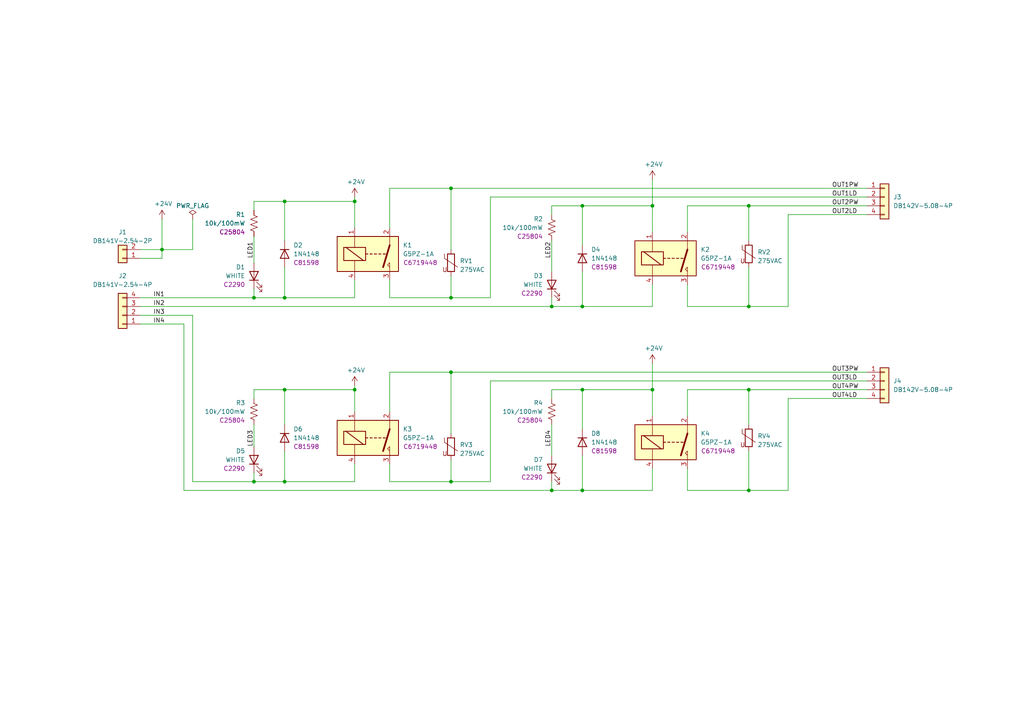
<source format=kicad_sch>
(kicad_sch (version 20250114) (generator "eeschema") (generator_version "9.0")
  (paper "A4")
  (title_block (title "4x 24V Relay Module") (date "2023-05-21") (rev "V1"))
  (lib_symbols
    (symbol "Connector_Generic:Conn_01x02" (pin_names (offset 1.016) (hide yes))
      (property "Reference" "J" (at 0 2.54 0))
      (property "Value" "Conn_01x02" (at 0 -5.08 0))
      (symbol "Conn_01x02_1_1"
        (rectangle (start -1.27 1.27) (end 1.27 -3.81) (stroke (width 0.254)) (fill (type background)))
        (rectangle (start -1.27 0.127) (end 0 -0.127) (stroke (width 0.1524)))
        (rectangle (start -1.27 -2.413) (end 0 -2.667) (stroke (width 0.1524)))
        (pin passive line (at -5.08 0 0) (length 3.81) (name "Pin_1") (number "1"))
        (pin passive line (at -5.08 -2.54 0) (length 3.81) (name "Pin_2") (number "2"))
      )
    )
    (symbol "Connector_Generic:Conn_01x04" (pin_names (offset 1.016) (hide yes))
      (property "Reference" "J" (at 0 5.08 0))
      (property "Value" "Conn_01x04" (at 0 -7.62 0))
      (symbol "Conn_01x04_1_1"
        (rectangle (start -1.27 3.81) (end 1.27 -6.35) (stroke (width 0.254)) (fill (type background)))
        (rectangle (start -1.27 2.667) (end 0 2.413) (stroke (width 0.1524)))
        (rectangle (start -1.27 0.127) (end 0 -0.127) (stroke (width 0.1524)))
        (rectangle (start -1.27 -2.413) (end 0 -2.667) (stroke (width 0.1524)))
        (rectangle (start -1.27 -4.953) (end 0 -5.207) (stroke (width 0.1524)))
        (pin passive line (at -5.08 2.54 0) (length 3.81) (name "Pin_1") (number "1"))
        (pin passive line (at -5.08 0 0) (length 3.81) (name "Pin_2") (number "2"))
        (pin passive line (at -5.08 -2.54 0) (length 3.81) (name "Pin_3") (number "3"))
        (pin passive line (at -5.08 -5.08 0) (length 3.81) (name "Pin_4") (number "4"))
      )
    )
    (symbol "Device:D" (pin_numbers (hide yes)) (pin_names (offset 1.016) (hide yes))
      (property "Reference" "D" (at 0 2.54 0))
      (property "Value" "D" (at 0 -2.54 0))
      (symbol "D_0_1"
        (polyline (pts (xy -1.27 1.27) (xy -1.27 -1.27)) (stroke (width 0.254)))
        (polyline (pts (xy 1.27 1.27) (xy 1.27 -1.27) (xy -1.27 0) (xy 1.27 1.27)) (stroke (width 0.254)))
        (polyline (pts (xy 1.27 0) (xy -1.27 0)))
      )
      (symbol "D_1_1"
        (pin passive line (at -3.81 0 0) (length 2.54) (name "K") (number "1"))
        (pin passive line (at 3.81 0 180) (length 2.54) (name "A") (number "2"))
      )
    )
    (symbol "Device:LED" (pin_numbers (hide yes)) (pin_names (offset 1.016) (hide yes))
      (property "Reference" "D" (at 0 2.54 0))
      (property "Value" "LED" (at 0 -2.54 0))
      (symbol "LED_0_1"
        (polyline (pts (xy -3.048 -0.762) (xy -4.572 -2.286) (xy -3.81 -2.286) (xy -4.572 -2.286) (xy -4.572 -1.524)))
        (polyline (pts (xy -1.778 -0.762) (xy -3.302 -2.286) (xy -2.54 -2.286) (xy -3.302 -2.286) (xy -3.302 -1.524)))
        (polyline (pts (xy -1.27 0) (xy 1.27 0)))
        (polyline (pts (xy -1.27 -1.27) (xy -1.27 1.27)) (stroke (width 0.254)))
        (polyline (pts (xy 1.27 -1.27) (xy 1.27 1.27) (xy -1.27 0) (xy 1.27 -1.27)) (stroke (width 0.254)))
      )
      (symbol "LED_1_1"
        (pin passive line (at -3.81 0 0) (length 2.54) (name "K") (number "1"))
        (pin passive line (at 3.81 0 180) (length 2.54) (name "A") (number "2"))
      )
    )
    (symbol "Device:R_US" (pin_numbers (hide yes)) (pin_names (offset 0))
      (property "Reference" "R" (at 2.54 0 90))
      (property "Value" "R_US" (at -2.54 0 90))
      (symbol "R_US_0_1"
        (polyline (pts (xy 0 2.286) (xy 0 2.54)))
        (polyline (pts (xy 0 2.286) (xy 1.016 1.905) (xy 0 1.524) (xy -1.016 1.143) (xy 0 0.762)))
        (polyline (pts (xy 0 0.762) (xy 1.016 0.381) (xy 0 0) (xy -1.016 -0.381) (xy 0 -0.762)))
        (polyline (pts (xy 0 -0.762) (xy 1.016 -1.143) (xy 0 -1.524) (xy -1.016 -1.905) (xy 0 -2.286)))
        (polyline (pts (xy 0 -2.286) (xy 0 -2.54)))
      )
      (symbol "R_US_1_1"
        (pin passive line (at 0 3.81 270) (length 1.27) (name "~") (number "1"))
        (pin passive line (at 0 -3.81 90) (length 1.27) (name "~") (number "2"))
      )
    )
    (symbol "Device:Varistor" (pin_numbers (hide yes)) (pin_names (offset 0))
      (property "Reference" "RV" (at 3.175 0 90))
      (property "Value" "Varistor" (at -3.175 0 90))
      (symbol "Varistor_0_0"
        (text "U" (at -1.778 -2.032 0) (effects (font (size 1.27 1.27))))
      )
      (symbol "Varistor_0_1"
        (polyline (pts (xy -1.905 2.54) (xy -1.905 1.27) (xy 1.905 -1.27)))
        (rectangle (start -1.016 -2.54) (end 1.016 2.54) (stroke (width 0.254)))
      )
      (symbol "Varistor_1_1"
        (pin passive line (at 0 3.81 270) (length 1.27) (name "~") (number "1"))
        (pin passive line (at 0 -3.81 90) (length 1.27) (name "~") (number "2"))
      )
    )
    (symbol "Tales:G5PZ-1A"
      (property "Reference" "K" (at 8.89 3.81 0))
      (property "Value" "G5PZ-1A" (at 8.89 1.27 0))
      (symbol "G5PZ-1A_0_0"
        (polyline (pts (xy 5.08 5.08) (xy 5.08 2.54) (xy 4.445 3.175) (xy 5.08 3.81)))
      )
      (symbol "G5PZ-1A_0_1"
        (rectangle (start -10.16 5.08) (end 7.62 -5.08) (stroke (width 0.254)) (fill (type background)))
        (rectangle (start -8.255 1.905) (end -1.905 -1.905) (stroke (width 0.254)))
        (polyline (pts (xy -7.62 -1.905) (xy -2.54 1.905)) (stroke (width 0.254)))
        (polyline (pts (xy -5.08 5.08) (xy -5.08 1.905)))
        (polyline (pts (xy -5.08 -5.08) (xy -5.08 -1.905)))
        (polyline (pts (xy -1.905 0) (xy -1.27 0)) (stroke (width 0.254)))
        (polyline (pts (xy -0.635 0) (xy 0 0)) (stroke (width 0.254)))
        (polyline (pts (xy 0.635 0) (xy 1.27 0)) (stroke (width 0.254)))
        (polyline (pts (xy 1.905 0) (xy 2.54 0)) (stroke (width 0.254)))
        (polyline (pts (xy 3.175 0) (xy 3.81 0)) (stroke (width 0.254)))
        (polyline (pts (xy 5.08 -2.54) (xy 3.175 3.81)) (stroke (width 0.508)))
        (polyline (pts (xy 5.08 -2.54) (xy 5.08 -5.08)))
      )
      (symbol "G5PZ-1A_1_1"
        (pin passive line (at -5.08 7.62 270) (length 2.54) (name "~") (number "4"))
        (pin passive line (at -5.08 -7.62 90) (length 2.54) (name "~") (number "1"))
        (pin passive line (at 5.08 7.62 270) (length 2.54) (name "~") (number "3"))
        (pin passive line (at 5.08 -7.62 90) (length 2.54) (name "~") (number "2"))
      )
    )
    (symbol "power:+24V" (power) (pin_numbers (hide yes)) (pin_names (offset 0) (hide yes))
      (property "Value" "+24V" (at 0 3.556 0))
      (symbol "+24V_0_1"
        (polyline (pts (xy -0.762 1.27) (xy 0 2.54)))
        (polyline (pts (xy 0 2.54) (xy 0.762 1.27)))
        (polyline (pts (xy 0 0) (xy 0 2.54)))
      )
      (symbol "+24V_1_1"
        (pin power_in line (at 0 0 90) (length 0) (name "~") (number "1"))
      )
    )
    (symbol "power:PWR_FLAG" (power) (pin_numbers (hide yes)) (pin_names (offset 0) (hide yes))
      (property "Value" "PWR_FLAG" (at 0 3.81 0))
      (symbol "PWR_FLAG_0_0"
        (pin power_out line (at 0 0 90) (length 0) (name "~") (number "1"))
      )
      (symbol "PWR_FLAG_0_1"
        (polyline (pts (xy 0 0) (xy 0 1.27) (xy -1.016 1.905) (xy 0 2.54) (xy 1.016 1.905) (xy 0 1.27)))
      )
    )
  )
  (junction (at 168.91 59.69))
  (junction (at 217.17 113.03))
  (junction (at 73.66 139.7))
  (junction (at 168.91 88.9))
  (junction (at 217.17 88.9))
  (junction (at 130.81 107.95))
  (junction (at 102.87 58.42))
  (junction (at 168.91 113.03))
  (junction (at 189.23 59.69))
  (junction (at 82.55 139.7))
  (junction (at 102.87 113.03))
  (junction (at 82.55 113.03))
  (junction (at 130.81 86.36))
  (junction (at 217.17 59.69))
  (junction (at 130.81 54.61))
  (junction (at 217.17 142.24))
  (junction (at 46.99 72.39))
  (junction (at 160.02 88.9))
  (junction (at 160.02 142.24))
  (junction (at 168.91 142.24))
  (junction (at 189.23 113.03))
  (junction (at 130.81 139.7))
  (junction (at 82.55 86.36))
  (junction (at 82.55 58.42))
  (junction (at 73.66 86.36))
  (wire (pts (xy 73.66 86.36) (xy 82.55 86.36)))
  (wire (pts (xy 130.81 139.7) (xy 113.03 139.7)))
  (wire (pts (xy 55.88 139.7) (xy 73.66 139.7)))
  (wire (pts (xy 102.87 111.76) (xy 102.87 113.03)))
  (wire (pts (xy 160.02 69.85) (xy 160.02 78.74)))
  (wire (pts (xy 102.87 134.62) (xy 102.87 139.7)))
  (wire (pts (xy 73.66 137.16) (xy 73.66 139.7)))
  (wire (pts (xy 142.24 57.15) (xy 142.24 86.36)))
  (wire (pts (xy 130.81 107.95) (xy 251.46 107.95)))
  (wire (pts (xy 168.91 132.08) (xy 168.91 142.24)))
  (wire (pts (xy 168.91 88.9) (xy 189.23 88.9)))
  (wire (pts (xy 199.39 113.03) (xy 199.39 120.65)))
  (wire (pts (xy 82.55 58.42) (xy 82.55 69.85)))
  (wire (pts (xy 189.23 82.55) (xy 189.23 88.9)))
  (wire (pts (xy 40.64 88.9) (xy 160.02 88.9)))
  (wire (pts (xy 40.64 86.36) (xy 73.66 86.36)))
  (wire (pts (xy 160.02 113.03) (xy 160.02 115.57)))
  (wire (pts (xy 199.39 59.69) (xy 199.39 67.31)))
  (wire (pts (xy 130.81 86.36) (xy 113.03 86.36)))
  (wire (pts (xy 142.24 139.7) (xy 130.81 139.7)))
  (wire (pts (xy 130.81 54.61) (xy 251.46 54.61)))
  (wire (pts (xy 189.23 52.07) (xy 189.23 59.69)))
  (wire (pts (xy 82.55 58.42) (xy 102.87 58.42)))
  (wire (pts (xy 55.88 139.7) (xy 55.88 91.44)))
  (wire (pts (xy 73.66 113.03) (xy 73.66 115.57)))
  (wire (pts (xy 73.66 113.03) (xy 82.55 113.03)))
  (wire (pts (xy 189.23 113.03) (xy 189.23 120.65)))
  (wire (pts (xy 40.64 72.39) (xy 46.99 72.39)))
  (wire (pts (xy 130.81 54.61) (xy 130.81 72.39)))
  (wire (pts (xy 160.02 142.24) (xy 168.91 142.24)))
  (wire (pts (xy 199.39 59.69) (xy 217.17 59.69)))
  (wire (pts (xy 217.17 88.9) (xy 199.39 88.9)))
  (wire (pts (xy 46.99 63.5) (xy 46.99 72.39)))
  (wire (pts (xy 217.17 77.47) (xy 217.17 88.9)))
  (wire (pts (xy 102.87 81.28) (xy 102.87 86.36)))
  (wire (pts (xy 168.91 59.69) (xy 189.23 59.69)))
  (wire (pts (xy 73.66 58.42) (xy 82.55 58.42)))
  (wire (pts (xy 160.02 59.69) (xy 160.02 62.23)))
  (wire (pts (xy 160.02 59.69) (xy 168.91 59.69)))
  (wire (pts (xy 73.66 58.42) (xy 73.66 60.96)))
  (wire (pts (xy 142.24 110.49) (xy 251.46 110.49)))
  (wire (pts (xy 168.91 124.46) (xy 168.91 113.03)))
  (wire (pts (xy 53.34 142.24) (xy 160.02 142.24)))
  (wire (pts (xy 168.91 113.03) (xy 189.23 113.03)))
  (wire (pts (xy 40.64 74.93) (xy 46.99 74.93)))
  (wire (pts (xy 113.03 107.95) (xy 130.81 107.95)))
  (wire (pts (xy 55.88 91.44) (xy 40.64 91.44)))
  (wire (pts (xy 199.39 113.03) (xy 217.17 113.03)))
  (wire (pts (xy 73.66 68.58) (xy 73.66 76.2)))
  (wire (pts (xy 189.23 135.89) (xy 189.23 142.24)))
  (wire (pts (xy 55.88 63.5) (xy 55.88 72.39)))
  (wire (pts (xy 217.17 113.03) (xy 217.17 123.19)))
  (wire (pts (xy 217.17 59.69) (xy 251.46 59.69)))
  (wire (pts (xy 130.81 107.95) (xy 130.81 125.73)))
  (wire (pts (xy 113.03 107.95) (xy 113.03 119.38)))
  (wire (pts (xy 102.87 57.15) (xy 102.87 58.42)))
  (wire (pts (xy 160.02 113.03) (xy 168.91 113.03)))
  (wire (pts (xy 113.03 81.28) (xy 113.03 86.36)))
  (wire (pts (xy 130.81 133.35) (xy 130.81 139.7)))
  (wire (pts (xy 189.23 105.41) (xy 189.23 113.03)))
  (wire (pts (xy 228.6 88.9) (xy 217.17 88.9)))
  (wire (pts (xy 130.81 80.01) (xy 130.81 86.36)))
  (wire (pts (xy 199.39 135.89) (xy 199.39 142.24)))
  (wire (pts (xy 228.6 62.23) (xy 228.6 88.9)))
  (wire (pts (xy 82.55 113.03) (xy 102.87 113.03)))
  (wire (pts (xy 82.55 130.81) (xy 82.55 139.7)))
  (wire (pts (xy 142.24 57.15) (xy 251.46 57.15)))
  (wire (pts (xy 160.02 86.36) (xy 160.02 88.9)))
  (wire (pts (xy 82.55 123.19) (xy 82.55 113.03)))
  (wire (pts (xy 82.55 139.7) (xy 102.87 139.7)))
  (wire (pts (xy 168.91 78.74) (xy 168.91 88.9)))
  (wire (pts (xy 217.17 113.03) (xy 251.46 113.03)))
  (wire (pts (xy 46.99 74.93) (xy 46.99 72.39)))
  (wire (pts (xy 228.6 142.24) (xy 217.17 142.24)))
  (wire (pts (xy 55.88 72.39) (xy 46.99 72.39)))
  (wire (pts (xy 160.02 139.7) (xy 160.02 142.24)))
  (wire (pts (xy 168.91 59.69) (xy 168.91 71.12)))
  (wire (pts (xy 102.87 58.42) (xy 102.87 66.04)))
  (wire (pts (xy 199.39 82.55) (xy 199.39 88.9)))
  (wire (pts (xy 228.6 115.57) (xy 228.6 142.24)))
  (wire (pts (xy 251.46 62.23) (xy 228.6 62.23)))
  (wire (pts (xy 53.34 93.98) (xy 40.64 93.98)))
  (wire (pts (xy 113.03 54.61) (xy 113.03 66.04)))
  (wire (pts (xy 73.66 123.19) (xy 73.66 129.54)))
  (wire (pts (xy 168.91 142.24) (xy 189.23 142.24)))
  (wire (pts (xy 217.17 59.69) (xy 217.17 69.85)))
  (wire (pts (xy 189.23 59.69) (xy 189.23 67.31)))
  (wire (pts (xy 82.55 86.36) (xy 102.87 86.36)))
  (wire (pts (xy 228.6 115.57) (xy 251.46 115.57)))
  (wire (pts (xy 73.66 139.7) (xy 82.55 139.7)))
  (wire (pts (xy 160.02 88.9) (xy 168.91 88.9)))
  (wire (pts (xy 53.34 142.24) (xy 53.34 93.98)))
  (wire (pts (xy 217.17 142.24) (xy 199.39 142.24)))
  (wire (pts (xy 160.02 123.19) (xy 160.02 132.08)))
  (wire (pts (xy 102.87 113.03) (xy 102.87 119.38)))
  (wire (pts (xy 113.03 54.61) (xy 130.81 54.61)))
  (wire (pts (xy 142.24 86.36) (xy 130.81 86.36)))
  (wire (pts (xy 142.24 110.49) (xy 142.24 139.7)))
  (wire (pts (xy 73.66 83.82) (xy 73.66 86.36)))
  (wire (pts (xy 82.55 77.47) (xy 82.55 86.36)))
  (wire (pts (xy 217.17 130.81) (xy 217.17 142.24)))
  (wire (pts (xy 113.03 134.62) (xy 113.03 139.7)))
  (label "OUT2LD" (at 241.3 62.23 0))
  (label "OUT3PW" (at 241.3 107.95 0))
  (label "OUT4LD" (at 241.3 115.57 0))
  (label "OUT4PW" (at 241.3 113.03 0))
  (label "OUT3LD" (at 241.3 110.49 0))
  (label "OUT1PW" (at 241.3 54.61 0))
  (label "OUT1LD" (at 241.3 57.15 0))
  (label "OUT2PW" (at 241.3 59.69 0))
  (label "IN4" (at 44.45 93.98 0))
  (label "IN2" (at 44.45 88.9 0))
  (label "IN1" (at 44.45 86.36 0))
  (label "IN3" (at 44.45 91.44 0))
  (label "LED4" (at 160.02 129.54 90))
  (label "LED2" (at 160.02 74.93 90))
  (label "LED1" (at 73.66 74.93 90))
  (label "LED3" (at 73.66 129.54 90))
  (symbol (lib_id "power:+24V") (at 102.87 57.15 0) (unit 1)
    (property "Reference" "#PWR0103" (effects (hide yes)))
    (property "Value" "+24V" (at 103.251 52.7558 0))
    (property "Description" "Power symbol creates a global label with name \"+24V\"" (effects (hide yes)))
  )
  (symbol (lib_id "Device:LED") (at 160.02 135.89 90) (unit 1)
    (property "Reference" "D7" (at 157.48 133.35 90) (effects (justify left)))
    (property "Value" "WHITE" (at 157.48 135.89 90) (effects (justify left)))
    (property "Footprint" "Tales:LED_0603_1608Metric" (effects (hide yes)))
    (property "Description" "Light emitting diode" (effects (hide yes)))
    (property "Mfr" "Hubei KENTO Elec" (effects (hide yes)))
    (property "Mfr PN" "KT-0603W" (effects (hide yes)))
    (property "Vendor" "JLCPCB" (effects (hide yes)))
    (property "Vendor PN" "C2290" (effects (hide yes)))
    (property "LCSC Part #" "C2290" (at 157.48 138.43 90) (effects (justify left)))
    (property "JLCPCB BOM" "1" (effects (hide yes)))
    (property "Package" "0603/1608" (effects (hide yes)))
    (property "Sim.Pins" "1=K 2=A" (effects (hide yes)))
  )
  (symbol (lib_id "Tales:G5PZ-1A") (at 107.95 127 0) (mirror x) (unit 1)
    (property "Reference" "K3" (at 116.84 124.46 0) (effects (justify left)))
    (property "Value" "G5PZ-1A" (at 116.84 127 0) (effects (justify left)))
    (property "Footprint" "Tales:Relay_SPST_Omron_G5PZ-1A" (effects (hide yes)))
    (property "Datasheet" "/Users/talesmaschio/Dropbox/GitHub/Datasheets/Relays/Relay Omron G5PZ-E.pdf" (effects (hide yes)))
    (property "Description" "Omron G5PZ relay, Compact Single Pole, SPST-NO, 16A" (effects (hide yes)))
    (property "Mfr" "Omron" (effects (hide yes)))
    (property "Mfr PN" "G5PZ-1A-E DC24V" (effects (hide yes)))
    (property "Technology" "SPST" (effects (hide yes)))
    (property "Vendor" "JLCPCB" (effects (hide yes)))
    (property "Vendor PN" "C6719448" (effects (hide yes)))
    (property "JLCPCB BOM" "1" (effects (hide yes)))
    (property "LCSC Part #" "C6719448" (at 121.92 129.54 0))
  )
  (symbol (lib_id "Device:D") (at 82.55 73.66 270) (unit 1)
    (property "Reference" "D2" (at 85.09 71.1199 90) (effects (justify left)))
    (property "Value" "1N4148" (at 85.09 73.6599 90) (effects (justify left)))
    (property "Footprint" "Tales:D_SOD-123" (effects (hide yes)))
    (property "Description" "Diode" (effects (hide yes)))
    (property "Vendor" "JLCPCB" (effects (hide yes)))
    (property "Mfr" "Semtech" (effects (hide yes)))
    (property "Mfr PN" "1N4148W" (effects (hide yes)))
    (property "Vendor PN" "C81598" (effects (hide yes)))
    (property "LCSC Part #" "C81598" (at 85.09 76.1999 90) (effects (justify left)))
    (property "JLCPCB BOM" "1" (effects (hide yes)))
    (property "Package" "SOD-123" (effects (hide yes)))
    (property "Sim.Device" "D" (effects (hide yes)))
    (property "Sim.Pins" "1=K 2=A" (effects (hide yes)))
  )
  (symbol (lib_id "Connector_Generic:Conn_01x04") (at 256.54 57.15 0) (unit 1)
    (property "Reference" "J3" (at 259.08 57.1499 0) (effects (justify left)))
    (property "Value" "DB142V-5.08-4P" (at 259.08 59.6899 0) (effects (justify left)))
    (property "Footprint" "Tales:TerminalBlock_Dibo_DB142V-5.08-4P_1x04_P5.08mm_Vertical" (effects (hide yes)))
    (property "Description" "Generic connector, single row, 01x04, script generated (kicad-library-utils/schlib/autogen/connector/)" (effects (hide yes)))
    (property "JLCPCB BOM" "1" (effects (hide yes)))
    (property "LCSC Part #" "C2898701" (effects (hide yes)))
    (property "Mfr" "DORABO" (effects (hide yes)))
    (property "Mfr PN" "DB142V-5.08-4P-GN" (effects (hide yes)))
    (property "Vendor" "JLCPCB" (effects (hide yes)))
    (property "Vendor PN" "C2898701" (effects (hide yes)))
  )
  (symbol (lib_id "Device:R_US") (at 73.66 64.77 0) (unit 1)
    (property "Reference" "R1" (at 71.12 62.23 0) (effects (justify right)))
    (property "Value" "10k/100mW" (at 71.12 64.77 0) (effects (justify right)))
    (property "Footprint" "Tales:R_0603_1608Metric" (effects (hide yes)))
    (property "Description" "Resistor, US symbol" (effects (hide yes)))
    (property "Mfr" "UNI-ROYAL(Uniroyal Elec)" (effects (hide yes)))
    (property "Vendor" "JLCPCB" (effects (hide yes)))
    (property "Mfr PN" "0603WAF1002T5E" (effects (hide yes)))
    (property "Vendor PN" "C25804" (effects (hide yes)))
    (property "LCSC Part #" "C25804" (at 71.12 67.31 0) (effects (justify right)))
    (property "JLCPCB BOM" "1" (effects (hide yes)))
    (property "Package" "0603/1608" (effects (hide yes)))
  )
  (symbol (lib_id "power:+24V") (at 189.23 52.07 0) (unit 1)
    (property "Reference" "#PWR0101" (effects (hide yes)))
    (property "Value" "+24V" (at 189.611 47.6758 0))
    (property "Description" "Power symbol creates a global label with name \"+24V\"" (effects (hide yes)))
  )
  (symbol (lib_id "Device:LED") (at 73.66 133.35 90) (unit 1)
    (property "Reference" "D5" (at 71.12 130.81 90) (effects (justify left)))
    (property "Value" "WHITE" (at 71.12 133.35 90) (effects (justify left)))
    (property "Footprint" "Tales:LED_0603_1608Metric" (effects (hide yes)))
    (property "Description" "Light emitting diode" (effects (hide yes)))
    (property "Mfr" "Hubei KENTO Elec" (effects (hide yes)))
    (property "Mfr PN" "KT-0603W" (effects (hide yes)))
    (property "Vendor" "JLCPCB" (effects (hide yes)))
    (property "Vendor PN" "C2290" (effects (hide yes)))
    (property "LCSC Part #" "C2290" (at 71.12 135.89 90) (effects (justify left)))
    (property "JLCPCB BOM" "1" (effects (hide yes)))
    (property "Package" "0603/1608" (effects (hide yes)))
    (property "Sim.Pins" "1=K 2=A" (effects (hide yes)))
  )
  (symbol (lib_id "Device:R_US") (at 73.66 119.38 0) (unit 1)
    (property "Reference" "R3" (at 71.12 116.84 0) (effects (justify right)))
    (property "Value" "10k/100mW" (at 71.12 119.38 0) (effects (justify right)))
    (property "Footprint" "Tales:R_0603_1608Metric" (effects (hide yes)))
    (property "Description" "Resistor, US symbol" (effects (hide yes)))
    (property "Mfr" "UNI-ROYAL(Uniroyal Elec)" (effects (hide yes)))
    (property "Vendor" "JLCPCB" (effects (hide yes)))
    (property "Mfr PN" "0603WAF1002T5E" (effects (hide yes)))
    (property "Vendor PN" "C25804" (effects (hide yes)))
    (property "LCSC Part #" "C25804" (at 71.12 121.92 0) (effects (justify right)))
    (property "JLCPCB BOM" "1" (effects (hide yes)))
    (property "Package" "0603/1608" (effects (hide yes)))
  )
  (symbol (lib_id "Tales:G5PZ-1A") (at 194.31 128.27 0) (mirror x) (unit 1)
    (property "Reference" "K4" (at 203.2 125.73 0) (effects (justify left)))
    (property "Value" "G5PZ-1A" (at 203.2 128.27 0) (effects (justify left)))
    (property "Footprint" "Tales:Relay_SPST_Omron_G5PZ-1A" (effects (hide yes)))
    (property "Datasheet" "/Users/talesmaschio/Dropbox/GitHub/Datasheets/Relays/Relay Omron G5PZ-E.pdf" (effects (hide yes)))
    (property "Description" "Omron G5PZ relay, Compact Single Pole, SPST-NO, 16A" (effects (hide yes)))
    (property "Mfr" "Omron" (effects (hide yes)))
    (property "Mfr PN" "G5PZ-1A-E DC24V" (effects (hide yes)))
    (property "Technology" "SPST" (effects (hide yes)))
    (property "Vendor" "JLCPCB" (effects (hide yes)))
    (property "Vendor PN" "C6719448" (effects (hide yes)))
    (property "JLCPCB BOM" "1" (effects (hide yes)))
    (property "LCSC Part #" "C6719448" (at 208.28 130.81 0))
  )
  (symbol (lib_id "Tales:G5PZ-1A") (at 107.95 73.66 0) (mirror x) (unit 1)
    (property "Reference" "K1" (at 116.84 71.12 0) (effects (justify left)))
    (property "Value" "G5PZ-1A" (at 116.84 73.66 0) (effects (justify left)))
    (property "Footprint" "Tales:Relay_SPST_Omron_G5PZ-1A" (effects (hide yes)))
    (property "Datasheet" "/Users/talesmaschio/Dropbox/GitHub/Datasheets/Relays/Relay Omron G5PZ-E.pdf" (effects (hide yes)))
    (property "Description" "Omron G5PZ relay, Compact Single Pole, SPST-NO, 16A" (effects (hide yes)))
    (property "Mfr" "Omron" (effects (hide yes)))
    (property "Mfr PN" "G5PZ-1A-E DC24V" (effects (hide yes)))
    (property "Technology" "SPST" (effects (hide yes)))
    (property "Vendor" "JLCPCB" (effects (hide yes)))
    (property "Vendor PN" "C6719448" (effects (hide yes)))
    (property "JLCPCB BOM" "1" (effects (hide yes)))
    (property "LCSC Part #" "C6719448" (at 121.92 76.2 0))
  )
  (symbol (lib_id "power:+24V") (at 189.23 105.41 0) (unit 1)
    (property "Reference" "#PWR0105" (effects (hide yes)))
    (property "Value" "+24V" (at 189.611 101.0158 0))
    (property "Description" "Power symbol creates a global label with name \"+24V\"" (effects (hide yes)))
  )
  (symbol (lib_id "Device:Varistor") (at 217.17 127 0) (unit 1)
    (property "Reference" "RV4" (at 219.71 126.4642 0) (effects (justify left)))
    (property "Value" "275VAC" (at 219.71 129.0042 0) (effects (justify left)))
    (property "Footprint" "Tales:RV_Disc_D9.50mm_W3.6mm_P5.08mm" (effects (hide yes)))
    (property "Description" "Voltage dependent resistor" (effects (hide yes)))
    (property "Mfr" "Dersonic" (effects (hide yes)))
    (property "Mfr PN" "RM07D431KC1IE100" (effects (hide yes)))
    (property "Technology" "MOV" (effects (hide yes)))
    (property "Vendor" "JLCPCB" (effects (hide yes)))
    (property "Vendor PN" "C2761646" (effects (hide yes)))
    (property "JLCPCB BOM" "1" (effects (hide yes)))
    (property "Package" "9.5X5.08mm" (effects (hide yes)))
    (property "LCSC Part #" "C2761646" (effects (hide yes)))
    (property "Sim.Name" "kicad_builtin_varistor" (effects (hide yes)))
    (property "Sim.Device" "SUBCKT" (effects (hide yes)))
    (property "Sim.Pins" "1=A 2=B" (effects (hide yes)))
    (property "Sim.Params" "threshold=1k" (effects (hide yes)))
    (property "Sim.Library" "${KICAD9_SYMBOL_DIR}/Simulation_SPICE.sp" (effects (hide yes)))
  )
  (symbol (lib_id "Device:R_US") (at 160.02 119.38 0) (unit 1)
    (property "Reference" "R4" (at 157.48 116.84 0) (effects (justify right)))
    (property "Value" "10k/100mW" (at 157.48 119.38 0) (effects (justify right)))
    (property "Footprint" "Tales:R_0603_1608Metric" (effects (hide yes)))
    (property "Description" "Resistor, US symbol" (effects (hide yes)))
    (property "Mfr" "UNI-ROYAL(Uniroyal Elec)" (effects (hide yes)))
    (property "Vendor" "JLCPCB" (effects (hide yes)))
    (property "Mfr PN" "0603WAF1002T5E" (effects (hide yes)))
    (property "Vendor PN" "C25804" (effects (hide yes)))
    (property "LCSC Part #" "C25804" (at 157.48 121.92 0) (effects (justify right)))
    (property "JLCPCB BOM" "1" (effects (hide yes)))
    (property "Package" "0603/1608" (effects (hide yes)))
  )
  (symbol (lib_id "power:PWR_FLAG") (at 55.88 63.5 0) (unit 1)
    (property "Reference" "#FLG01" (effects (hide yes)))
    (property "Value" "PWR_FLAG" (at 55.88 59.69 0))
    (property "Description" "Special symbol for telling ERC where power comes from" (effects (hide yes)))
  )
  (symbol (lib_id "Connector_Generic:Conn_01x04") (at 35.56 91.44 180) (unit 1)
    (property "Reference" "J2" (at 35.56 80.01 0))
    (property "Value" "DB141V-2.54-4P" (at 35.56 82.55 0))
    (property "Footprint" "Tales:TerminalBlock_Dibo_DB141V-2.54-4P_1x04_P2.54mm_Vertical" (effects (hide yes)))
    (property "Description" "Generic connector, single row, 01x04, script generated (kicad-library-utils/schlib/autogen/connector/)" (effects (hide yes)))
    (property "JLCPCB BOM" "1" (effects (hide yes)))
    (property "Vendor" "JLCPCB" (effects (hide yes)))
    (property "LCSC Part #" "C2898746" (effects (hide yes)))
    (property "Mfr" "DORABO" (effects (hide yes)))
    (property "Mfr PN" "DB141V-2.54-4P-GN" (effects (hide yes)))
    (property "Vendor PN" "C2898746" (effects (hide yes)))
  )
  (symbol (lib_id "Device:LED") (at 73.66 80.01 90) (unit 1)
    (property "Reference" "D1" (at 71.12 77.47 90) (effects (justify left)))
    (property "Value" "WHITE" (at 71.12 80.01 90) (effects (justify left)))
    (property "Footprint" "Tales:LED_0603_1608Metric" (effects (hide yes)))
    (property "Description" "Light emitting diode" (effects (hide yes)))
    (property "Mfr" "Hubei KENTO Elec" (effects (hide yes)))
    (property "Mfr PN" "KT-0603W" (effects (hide yes)))
    (property "Vendor" "JLCPCB" (effects (hide yes)))
    (property "Vendor PN" "C2290" (effects (hide yes)))
    (property "LCSC Part #" "C2290" (at 71.12 82.55 90) (effects (justify left)))
    (property "JLCPCB BOM" "1" (effects (hide yes)))
    (property "Package" "0603/1608" (effects (hide yes)))
    (property "Sim.Pins" "1=K 2=A" (effects (hide yes)))
  )
  (symbol (lib_id "Device:Varistor") (at 217.17 73.66 0) (unit 1)
    (property "Reference" "RV2" (at 219.71 73.1242 0) (effects (justify left)))
    (property "Value" "275VAC" (at 219.71 75.6642 0) (effects (justify left)))
    (property "Footprint" "Tales:RV_Disc_D9.50mm_W3.6mm_P5.08mm" (effects (hide yes)))
    (property "Description" "Voltage dependent resistor" (effects (hide yes)))
    (property "Mfr" "Dersonic" (effects (hide yes)))
    (property "Mfr PN" "RM07D431KC1IE100" (effects (hide yes)))
    (property "Technology" "MOV" (effects (hide yes)))
    (property "Vendor" "JLCPCB" (effects (hide yes)))
    (property "Vendor PN" "C2761646" (effects (hide yes)))
    (property "JLCPCB BOM" "1" (effects (hide yes)))
    (property "Package" "9.5X5.08mm" (effects (hide yes)))
    (property "LCSC Part #" "C2761646" (effects (hide yes)))
    (property "Sim.Name" "kicad_builtin_varistor" (effects (hide yes)))
    (property "Sim.Device" "SUBCKT" (effects (hide yes)))
    (property "Sim.Pins" "1=A 2=B" (effects (hide yes)))
    (property "Sim.Params" "threshold=1k" (effects (hide yes)))
    (property "Sim.Library" "${KICAD9_SYMBOL_DIR}/Simulation_SPICE.sp" (effects (hide yes)))
  )
  (symbol (lib_id "Connector_Generic:Conn_01x04") (at 256.54 110.49 0) (unit 1)
    (property "Reference" "J4" (at 259.08 110.4899 0) (effects (justify left)))
    (property "Value" "DB142V-5.08-4P" (at 259.08 113.0299 0) (effects (justify left)))
    (property "Footprint" "Tales:TerminalBlock_Dibo_DB142V-5.08-4P_1x04_P5.08mm_Vertical" (effects (hide yes)))
    (property "Description" "Generic connector, single row, 01x04, script generated (kicad-library-utils/schlib/autogen/connector/)" (effects (hide yes)))
    (property "JLCPCB BOM" "1" (effects (hide yes)))
    (property "LCSC Part #" "C2898701" (effects (hide yes)))
    (property "Mfr" "DORABO" (effects (hide yes)))
    (property "Mfr PN" "DB142V-5.08-4P-GN" (effects (hide yes)))
    (property "Vendor" "JLCPCB" (effects (hide yes)))
    (property "Vendor PN" "C2898701" (effects (hide yes)))
  )
  (symbol (lib_id "Device:R_US") (at 160.02 66.04 0) (unit 1)
    (property "Reference" "R2" (at 157.48 63.5 0) (effects (justify right)))
    (property "Value" "10k/100mW" (at 157.48 66.04 0) (effects (justify right)))
    (property "Footprint" "Tales:R_0603_1608Metric" (effects (hide yes)))
    (property "Description" "Resistor, US symbol" (effects (hide yes)))
    (property "Mfr" "UNI-ROYAL(Uniroyal Elec)" (effects (hide yes)))
    (property "Vendor" "JLCPCB" (effects (hide yes)))
    (property "Mfr PN" "0603WAF1002T5E" (effects (hide yes)))
    (property "Vendor PN" "C25804" (effects (hide yes)))
    (property "LCSC Part #" "C25804" (at 157.48 68.58 0) (effects (justify right)))
    (property "JLCPCB BOM" "1" (effects (hide yes)))
    (property "Package" "0603/1608" (effects (hide yes)))
  )
  (symbol (lib_id "power:+24V") (at 102.87 111.76 0) (unit 1)
    (property "Reference" "#PWR0104" (effects (hide yes)))
    (property "Value" "+24V" (at 103.251 107.3658 0))
    (property "Description" "Power symbol creates a global label with name \"+24V\"" (effects (hide yes)))
  )
  (symbol (lib_id "Connector_Generic:Conn_01x02") (at 35.56 74.93 180) (unit 1)
    (property "Reference" "J1" (at 35.56 67.31 0))
    (property "Value" "DB141V-2.54-2P" (at 35.56 69.85 0))
    (property "Footprint" "Tales:TerminalBlock_Dibo_DB141V-2.54-2P_1x02_P2.54mm_Vertical" (effects (hide yes)))
    (property "Description" "Generic connector, single row, 01x02, script generated (kicad-library-utils/schlib/autogen/connector/)" (effects (hide yes)))
    (property "JLCPCB BOM" "1" (effects (hide yes)))
    (property "Vendor" "JLCPCB" (effects (hide yes)))
    (property "LCSC Part #" "C2898744" (effects (hide yes)))
    (property "Mfr" "DORABO" (effects (hide yes)))
    (property "Mfr PN" "DB141V-2.54-2P-GN" (effects (hide yes)))
    (property "Vendor PN" "C2898744" (effects (hide yes)))
  )
  (symbol (lib_id "Device:D") (at 168.91 128.27 270) (unit 1)
    (property "Reference" "D8" (at 171.45 125.7299 90) (effects (justify left)))
    (property "Value" "1N4148" (at 171.45 128.2699 90) (effects (justify left)))
    (property "Footprint" "Tales:D_SOD-123" (effects (hide yes)))
    (property "Description" "Diode" (effects (hide yes)))
    (property "Vendor" "JLCPCB" (effects (hide yes)))
    (property "Mfr" "Semtech" (effects (hide yes)))
    (property "Mfr PN" "1N4148W" (effects (hide yes)))
    (property "Vendor PN" "C81598" (effects (hide yes)))
    (property "LCSC Part #" "C81598" (at 171.45 130.8099 90) (effects (justify left)))
    (property "JLCPCB BOM" "1" (effects (hide yes)))
    (property "Package" "SOD-123" (effects (hide yes)))
    (property "Sim.Device" "D" (effects (hide yes)))
    (property "Sim.Pins" "1=K 2=A" (effects (hide yes)))
  )
  (symbol (lib_id "Device:D") (at 82.55 127 270) (unit 1)
    (property "Reference" "D6" (at 85.09 124.4599 90) (effects (justify left)))
    (property "Value" "1N4148" (at 85.09 126.9999 90) (effects (justify left)))
    (property "Footprint" "Tales:D_SOD-123" (effects (hide yes)))
    (property "Description" "Diode" (effects (hide yes)))
    (property "Vendor" "JLCPCB" (effects (hide yes)))
    (property "Mfr" "Semtech" (effects (hide yes)))
    (property "Mfr PN" "1N4148W" (effects (hide yes)))
    (property "Vendor PN" "C81598" (effects (hide yes)))
    (property "LCSC Part #" "C81598" (at 85.09 129.5399 90) (effects (justify left)))
    (property "JLCPCB BOM" "1" (effects (hide yes)))
    (property "Package" "SOD-123" (effects (hide yes)))
    (property "Sim.Device" "D" (effects (hide yes)))
    (property "Sim.Pins" "1=K 2=A" (effects (hide yes)))
  )
  (symbol (lib_id "power:+24V") (at 46.99 63.5 0) (unit 1)
    (property "Reference" "#PWR01" (effects (hide yes)))
    (property "Value" "+24V" (at 47.371 59.1058 0))
    (property "Description" "Power symbol creates a global label with name \"+24V\"" (effects (hide yes)))
  )
  (symbol (lib_id "Device:LED") (at 160.02 82.55 90) (unit 1)
    (property "Reference" "D3" (at 157.48 80.01 90) (effects (justify left)))
    (property "Value" "WHITE" (at 157.48 82.55 90) (effects (justify left)))
    (property "Footprint" "Tales:LED_0603_1608Metric" (effects (hide yes)))
    (property "Description" "Light emitting diode" (effects (hide yes)))
    (property "Mfr" "Hubei KENTO Elec" (effects (hide yes)))
    (property "Mfr PN" "KT-0603W" (effects (hide yes)))
    (property "Vendor" "JLCPCB" (effects (hide yes)))
    (property "Vendor PN" "C2290" (effects (hide yes)))
    (property "LCSC Part #" "C2290" (at 157.48 85.09 90) (effects (justify left)))
    (property "JLCPCB BOM" "1" (effects (hide yes)))
    (property "Package" "0603/1608" (effects (hide yes)))
    (property "Sim.Pins" "1=K 2=A" (effects (hide yes)))
  )
  (symbol (lib_id "Device:D") (at 168.91 74.93 270) (unit 1)
    (property "Reference" "D4" (at 171.45 72.3899 90) (effects (justify left)))
    (property "Value" "1N4148" (at 171.45 74.9299 90) (effects (justify left)))
    (property "Footprint" "Tales:D_SOD-123" (effects (hide yes)))
    (property "Description" "Diode" (effects (hide yes)))
    (property "Vendor" "JLCPCB" (effects (hide yes)))
    (property "Mfr" "Semtech" (effects (hide yes)))
    (property "Mfr PN" "1N4148W" (effects (hide yes)))
    (property "Vendor PN" "C81598" (effects (hide yes)))
    (property "LCSC Part #" "C81598" (at 171.45 77.4699 90) (effects (justify left)))
    (property "JLCPCB BOM" "1" (effects (hide yes)))
    (property "Package" "SOD-123" (effects (hide yes)))
    (property "Sim.Device" "D" (effects (hide yes)))
    (property "Sim.Pins" "1=K 2=A" (effects (hide yes)))
  )
  (symbol (lib_id "Device:Varistor") (at 130.81 76.2 0) (unit 1)
    (property "Reference" "RV1" (at 133.35 75.6642 0) (effects (justify left)))
    (property "Value" "275VAC" (at 133.35 78.2042 0) (effects (justify left)))
    (property "Footprint" "Tales:RV_Disc_D9.50mm_W3.6mm_P5.08mm" (effects (hide yes)))
    (property "Description" "Voltage dependent resistor" (effects (hide yes)))
    (property "Mfr" "Dersonic" (effects (hide yes)))
    (property "Mfr PN" "RM07D431KC1IE100" (effects (hide yes)))
    (property "Technology" "MOV" (effects (hide yes)))
    (property "Vendor" "JLCPCB" (effects (hide yes)))
    (property "Vendor PN" "C2761646" (effects (hide yes)))
    (property "JLCPCB BOM" "1" (effects (hide yes)))
    (property "Package" "9.5X5.08mm" (effects (hide yes)))
    (property "LCSC Part #" "C2761646" (effects (hide yes)))
    (property "Sim.Name" "kicad_builtin_varistor" (effects (hide yes)))
    (property "Sim.Device" "SUBCKT" (effects (hide yes)))
    (property "Sim.Pins" "1=A 2=B" (effects (hide yes)))
    (property "Sim.Params" "threshold=1k" (effects (hide yes)))
    (property "Sim.Library" "${KICAD9_SYMBOL_DIR}/Simulation_SPICE.sp" (effects (hide yes)))
  )
  (symbol (lib_id "Device:Varistor") (at 130.81 129.54 0) (unit 1)
    (property "Reference" "RV3" (at 133.35 129.0042 0) (effects (justify left)))
    (property "Value" "275VAC" (at 133.35 131.5442 0) (effects (justify left)))
    (property "Footprint" "Tales:RV_Disc_D9.50mm_W3.6mm_P5.08mm" (effects (hide yes)))
    (property "Description" "Voltage dependent resistor" (effects (hide yes)))
    (property "Mfr" "Dersonic" (effects (hide yes)))
    (property "Mfr PN" "RM07D431KC1IE100" (effects (hide yes)))
    (property "Technology" "MOV" (effects (hide yes)))
    (property "Vendor" "JLCPCB" (effects (hide yes)))
    (property "Vendor PN" "C2761646" (effects (hide yes)))
    (property "JLCPCB BOM" "1" (effects (hide yes)))
    (property "Package" "9.5X5.08mm" (effects (hide yes)))
    (property "LCSC Part #" "C2761646" (effects (hide yes)))
    (property "Sim.Name" "kicad_builtin_varistor" (effects (hide yes)))
    (property "Sim.Device" "SUBCKT" (effects (hide yes)))
    (property "Sim.Pins" "1=A 2=B" (effects (hide yes)))
    (property "Sim.Params" "threshold=1k" (effects (hide yes)))
    (property "Sim.Library" "${KICAD9_SYMBOL_DIR}/Simulation_SPICE.sp" (effects (hide yes)))
  )
  (symbol (lib_id "Tales:G5PZ-1A") (at 194.31 74.93 0) (mirror x) (unit 1)
    (property "Reference" "K2" (at 203.2 72.39 0) (effects (justify left)))
    (property "Value" "G5PZ-1A" (at 203.2 74.93 0) (effects (justify left)))
    (property "Footprint" "Tales:Relay_SPST_Omron_G5PZ-1A" (effects (hide yes)))
    (property "Datasheet" "/Users/talesmaschio/Dropbox/GitHub/Datasheets/Relays/Relay Omron G5PZ-E.pdf" (effects (hide yes)))
    (property "Description" "Omron G5PZ relay, Compact Single Pole, SPST-NO, 16A" (effects (hide yes)))
    (property "Mfr" "Omron" (effects (hide yes)))
    (property "Mfr PN" "G5PZ-1A-E DC24V" (effects (hide yes)))
    (property "Technology" "SPST" (effects (hide yes)))
    (property "Vendor" "JLCPCB" (effects (hide yes)))
    (property "Vendor PN" "C6719448" (effects (hide yes)))
    (property "JLCPCB BOM" "1" (effects (hide yes)))
    (property "LCSC Part #" "C6719448" (at 208.28 77.47 0))
  )
)
</source>
